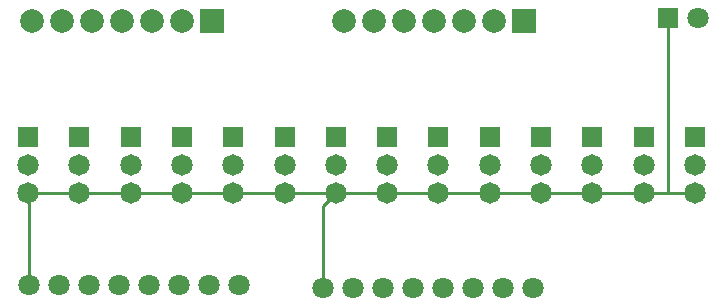
<source format=gbl>
G04 Layer: BottomLayer*
G04 EasyEDA Pro v2.2.35.2, 2025-01-23 15:21:27*
G04 Gerber Generator version 0.3*
G04 Scale: 100 percent, Rotated: No, Reflected: No*
G04 Dimensions in millimeters*
G04 Leading zeros omitted, absolute positions, 4 integers and 5 decimals*
%FSLAX45Y45*%
%MOMM*%
%ADD10R,1.8161X1.8161*%
%ADD11C,1.8161*%
%ADD12C,2.0*%
%ADD13R,2.0X2.0*%
%ADD14C,1.8*%
%ADD15R,1.8X1.8*%
%ADD16C,0.254*%
G75*


G04 Pad Start*
G54D10*
G01X1980409Y-877570D03*
G54D11*
G01X1980409Y-1116330D03*
G01X1980409Y-1357630D03*
G54D10*
G01X1546008Y-877570D03*
G54D11*
G01X1546008Y-1116330D03*
G01X1546008Y-1357630D03*
G54D10*
G01X1111607Y-877570D03*
G54D11*
G01X1111607Y-1116330D03*
G01X1111607Y-1357630D03*
G54D10*
G01X677206Y-877570D03*
G54D11*
G01X677206Y-1116330D03*
G01X677206Y-1357630D03*
G54D10*
G01X242805Y-877570D03*
G54D11*
G01X242805Y-1116330D03*
G01X242805Y-1357630D03*
G54D10*
G01X2849211Y-877570D03*
G54D11*
G01X2849211Y-1116330D03*
G01X2849211Y-1357630D03*
G54D10*
G01X2414810Y-877570D03*
G54D11*
G01X2414810Y-1116330D03*
G01X2414810Y-1357630D03*
G54D10*
G01X5021216Y-877570D03*
G54D11*
G01X5021216Y-1116330D03*
G01X5021216Y-1357630D03*
G54D10*
G01X4586815Y-877570D03*
G54D11*
G01X4586815Y-1116330D03*
G01X4586815Y-1357630D03*
G54D10*
G01X4152414Y-877570D03*
G54D11*
G01X4152414Y-1116330D03*
G01X4152414Y-1357630D03*
G54D10*
G01X3718013Y-877570D03*
G54D11*
G01X3718013Y-1116330D03*
G01X3718013Y-1357630D03*
G54D10*
G01X3283612Y-877570D03*
G54D11*
G01X3283612Y-1116330D03*
G01X3283612Y-1357630D03*
G54D10*
G01X5890018Y-877570D03*
G54D11*
G01X5890018Y-1116330D03*
G01X5890018Y-1357630D03*
G54D10*
G01X5455617Y-877570D03*
G54D11*
G01X5455617Y-1116330D03*
G01X5455617Y-1357630D03*
G54D12*
G01X279400Y101600D03*
G01X533400Y101600D03*
G01X787400Y101600D03*
G01X1041400Y101600D03*
G01X1295400Y101600D03*
G01X1549400Y101600D03*
G54D13*
G01X1803400Y101600D03*
G54D12*
G01X2921000Y101600D03*
G01X3175000Y101600D03*
G01X3429000Y101600D03*
G01X3683000Y101600D03*
G01X3937000Y101600D03*
G01X4191000Y101600D03*
G54D13*
G01X4445000Y101600D03*
G54D14*
G01X254000Y-2133600D03*
G01X508000Y-2133600D03*
G01X762000Y-2133600D03*
G01X1016000Y-2133600D03*
G01X1270000Y-2133600D03*
G01X1524000Y-2133600D03*
G01X1778000Y-2133600D03*
G01X2032000Y-2133600D03*
G01X2743200Y-2159000D03*
G01X2997200Y-2159000D03*
G01X3251200Y-2159000D03*
G01X3505200Y-2159000D03*
G01X3759200Y-2159000D03*
G01X4013200Y-2159000D03*
G01X4267200Y-2159000D03*
G01X4521200Y-2159000D03*
G01X5918200Y127000D03*
G54D15*
G01X5664200Y127000D03*
G04 Pad End*

G04 Track Start*
G54D16*
G01X254000Y-2133600D02*
G01X254000Y-1368825D01*
G01X242805Y-1357630D01*
G01X677206Y-1357630D01*
G01X1111607Y-1357630D01*
G01X1546008Y-1357630D01*
G01X1980409Y-1357630D01*
G01X2414810Y-1357630D01*
G01X2849211Y-1357630D01*
G01X3283612Y-1357630D01*
G01X3718013Y-1357630D01*
G01X4152414Y-1357630D01*
G01X4586815Y-1357630D01*
G01X5021216Y-1357630D01*
G01X5455617Y-1357630D01*
G01X2743200Y-2159000D02*
G01X2743200Y-1463641D01*
G01X2849211Y-1357630D01*
G01X5664200Y101600D02*
G01X5664200Y-1357606D01*
G01X5455617Y-1357630D02*
G01X5664176Y-1357630D01*
G01X5890018Y-1357630D01*
G04 Track End*

M02*


</source>
